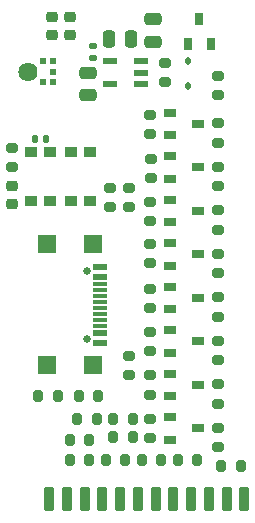
<source format=gbs>
%TF.GenerationSoftware,KiCad,Pcbnew,9.0.4*%
%TF.CreationDate,2025-10-19T20:36:54-04:00*%
%TF.ProjectId,the-spirit-board,7468652d-7370-4697-9269-742d626f6172,rev?*%
%TF.SameCoordinates,Original*%
%TF.FileFunction,Soldermask,Bot*%
%TF.FilePolarity,Negative*%
%FSLAX46Y46*%
G04 Gerber Fmt 4.6, Leading zero omitted, Abs format (unit mm)*
G04 Created by KiCad (PCBNEW 9.0.4) date 2025-10-19 20:36:54*
%MOMM*%
%LPD*%
G01*
G04 APERTURE LIST*
G04 Aperture macros list*
%AMRoundRect*
0 Rectangle with rounded corners*
0 $1 Rounding radius*
0 $2 $3 $4 $5 $6 $7 $8 $9 X,Y pos of 4 corners*
0 Add a 4 corners polygon primitive as box body*
4,1,4,$2,$3,$4,$5,$6,$7,$8,$9,$2,$3,0*
0 Add four circle primitives for the rounded corners*
1,1,$1+$1,$2,$3*
1,1,$1+$1,$4,$5*
1,1,$1+$1,$6,$7*
1,1,$1+$1,$8,$9*
0 Add four rect primitives between the rounded corners*
20,1,$1+$1,$2,$3,$4,$5,0*
20,1,$1+$1,$4,$5,$6,$7,0*
20,1,$1+$1,$6,$7,$8,$9,0*
20,1,$1+$1,$8,$9,$2,$3,0*%
G04 Aperture macros list end*
%ADD10RoundRect,0.200000X0.275000X-0.200000X0.275000X0.200000X-0.275000X0.200000X-0.275000X-0.200000X0*%
%ADD11RoundRect,0.250000X0.250000X0.475000X-0.250000X0.475000X-0.250000X-0.475000X0.250000X-0.475000X0*%
%ADD12RoundRect,0.250000X-0.475000X0.250000X-0.475000X-0.250000X0.475000X-0.250000X0.475000X0.250000X0*%
%ADD13RoundRect,0.120000X0.280000X-0.880000X0.280000X0.880000X-0.280000X0.880000X-0.280000X-0.880000X0*%
%ADD14RoundRect,0.200000X-0.200000X-0.275000X0.200000X-0.275000X0.200000X0.275000X-0.200000X0.275000X0*%
%ADD15R,1.000000X0.700000*%
%ADD16RoundRect,0.225000X-0.250000X0.225000X-0.250000X-0.225000X0.250000X-0.225000X0.250000X0.225000X0*%
%ADD17RoundRect,0.200000X0.200000X0.275000X-0.200000X0.275000X-0.200000X-0.275000X0.200000X-0.275000X0*%
%ADD18R,0.650000X1.100000*%
%ADD19RoundRect,0.200000X-0.275000X0.200000X-0.275000X-0.200000X0.275000X-0.200000X0.275000X0.200000X0*%
%ADD20R,1.000000X0.900000*%
%ADD21C,0.650000*%
%ADD22R,1.150000X0.600000*%
%ADD23R,1.150000X0.300000*%
%ADD24R,1.500000X1.500000*%
%ADD25RoundRect,0.140000X0.170000X-0.140000X0.170000X0.140000X-0.170000X0.140000X-0.170000X-0.140000X0*%
%ADD26RoundRect,0.140000X-0.140000X-0.170000X0.140000X-0.170000X0.140000X0.170000X-0.140000X0.170000X0*%
%ADD27RoundRect,0.112500X-0.112500X0.187500X-0.112500X-0.187500X0.112500X-0.187500X0.112500X0.187500X0*%
%ADD28R,0.522000X0.600000*%
%ADD29C,1.625000*%
G04 APERTURE END LIST*
D10*
%TO.C,R16*%
X152825000Y-115200000D03*
X152825000Y-116850000D03*
%TD*%
D11*
%TO.C,C6*%
X151200000Y-105050000D03*
X149300000Y-105050000D03*
%TD*%
D12*
%TO.C,C5*%
X153025000Y-103400000D03*
X153025000Y-105300000D03*
%TD*%
%TO.C,C4*%
X147500000Y-107950000D03*
X147500000Y-109850000D03*
%TD*%
D13*
%TO.C,U1*%
X144250000Y-144000000D03*
X145750000Y-144000000D03*
X147250000Y-144000000D03*
X148750000Y-144000000D03*
X150250000Y-144000000D03*
X151750000Y-144000000D03*
X153250000Y-144000000D03*
X154750000Y-144000000D03*
X156250000Y-144000000D03*
X157750000Y-144000000D03*
X159250000Y-144000000D03*
X160750000Y-144000000D03*
%TD*%
D14*
%TO.C,R3*%
X149670000Y-138811000D03*
X151320000Y-138811000D03*
%TD*%
D10*
%TO.C,R4*%
X152781000Y-138874000D03*
X152781000Y-137224000D03*
%TD*%
D15*
%TO.C,Q4*%
X154445000Y-116901000D03*
X154445000Y-115001000D03*
X156845000Y-115951000D03*
%TD*%
D16*
%TO.C,C1*%
X141097000Y-117525000D03*
X141097000Y-119075000D03*
%TD*%
D17*
%TO.C,R30*%
X144970000Y-135300000D03*
X143320000Y-135300000D03*
%TD*%
D18*
%TO.C,Q9*%
X157920000Y-105500000D03*
X156000000Y-105500000D03*
X156960000Y-103400000D03*
%TD*%
D19*
%TO.C,R1*%
X141062000Y-114300000D03*
X141062000Y-115950000D03*
%TD*%
D14*
%TO.C,R13*%
X155131000Y-140716000D03*
X156781000Y-140716000D03*
%TD*%
D15*
%TO.C,Q1*%
X154445000Y-138999000D03*
X154445000Y-137099000D03*
X156845000Y-138049000D03*
%TD*%
D10*
%TO.C,R10*%
X152794000Y-113159000D03*
X152794000Y-111509000D03*
%TD*%
D20*
%TO.C,S1*%
X144300000Y-114681000D03*
X142700000Y-114681000D03*
X144300000Y-118781000D03*
X142700000Y-118781000D03*
%TD*%
D16*
%TO.C,C7*%
X146000000Y-103225000D03*
X146000000Y-104775000D03*
%TD*%
D10*
%TO.C,R20*%
X152794000Y-127891000D03*
X152794000Y-126241000D03*
%TD*%
%TO.C,R28*%
X158496000Y-135953000D03*
X158496000Y-134303000D03*
%TD*%
D21*
%TO.C,J1*%
X147448000Y-130485000D03*
X147448000Y-124705000D03*
D22*
X148523000Y-130795000D03*
X148523000Y-129995000D03*
D23*
X148523000Y-128845000D03*
X148523000Y-127845000D03*
X148523000Y-127345000D03*
X148523000Y-126345000D03*
D22*
X148523000Y-125195000D03*
X148523000Y-124395000D03*
D23*
X148523000Y-125845000D03*
X148523000Y-126845000D03*
X148523000Y-128345000D03*
X148523000Y-129345000D03*
D24*
X147948000Y-132715000D03*
X147948000Y-122475000D03*
X144018000Y-132715000D03*
X144018000Y-122475000D03*
%TD*%
D15*
%TO.C,Q8*%
X154445000Y-131633000D03*
X154445000Y-129733000D03*
X156845000Y-130683000D03*
%TD*%
D10*
%TO.C,R11*%
X158496000Y-113855000D03*
X158496000Y-112205000D03*
%TD*%
D15*
%TO.C,Q7*%
X154445000Y-135316000D03*
X154445000Y-133416000D03*
X156845000Y-134366000D03*
%TD*%
D17*
%TO.C,R6*%
X153733000Y-140716000D03*
X152083000Y-140716000D03*
%TD*%
D19*
%TO.C,R24*%
X151003000Y-117666000D03*
X151003000Y-119316000D03*
%TD*%
D17*
%TO.C,R9*%
X148272000Y-137287000D03*
X146622000Y-137287000D03*
%TD*%
D10*
%TO.C,R21*%
X158496000Y-128587000D03*
X158496000Y-126937000D03*
%TD*%
D19*
%TO.C,R26*%
X149352000Y-117666000D03*
X149352000Y-119316000D03*
%TD*%
D14*
%TO.C,R8*%
X149670000Y-137287000D03*
X151320000Y-137287000D03*
%TD*%
D16*
%TO.C,C8*%
X144500000Y-103225000D03*
X144500000Y-104775000D03*
%TD*%
D10*
%TO.C,R31*%
X152794000Y-131508000D03*
X152794000Y-129858000D03*
%TD*%
D14*
%TO.C,R23*%
X145987000Y-139065000D03*
X147637000Y-139065000D03*
%TD*%
D10*
%TO.C,R19*%
X158496000Y-124904000D03*
X158496000Y-123254000D03*
%TD*%
D15*
%TO.C,Q3*%
X154445000Y-120584000D03*
X154445000Y-118684000D03*
X156845000Y-119634000D03*
%TD*%
%TO.C,Q2*%
X154445000Y-113218000D03*
X154445000Y-111318000D03*
X156845000Y-112268000D03*
%TD*%
%TO.C,Q6*%
X154445000Y-127950000D03*
X154445000Y-126050000D03*
X156845000Y-127000000D03*
%TD*%
D10*
%TO.C,R17*%
X158496000Y-117538000D03*
X158496000Y-115888000D03*
%TD*%
%TO.C,R33*%
X158496000Y-109855000D03*
X158496000Y-108205000D03*
%TD*%
D14*
%TO.C,R22*%
X145987000Y-140716000D03*
X147637000Y-140716000D03*
%TD*%
D10*
%TO.C,R14*%
X152794000Y-120525000D03*
X152794000Y-118875000D03*
%TD*%
%TO.C,R15*%
X158496000Y-121221000D03*
X158496000Y-119571000D03*
%TD*%
%TO.C,R18*%
X152794000Y-124081000D03*
X152794000Y-122431000D03*
%TD*%
%TO.C,R27*%
X152794000Y-135191000D03*
X152794000Y-133541000D03*
%TD*%
D22*
%TO.C,IC2*%
X152022000Y-106967000D03*
X152022000Y-107917000D03*
X152022000Y-108867000D03*
X149422000Y-108867000D03*
X149422000Y-106967000D03*
%TD*%
D10*
%TO.C,R5*%
X158496000Y-139636000D03*
X158496000Y-137986000D03*
%TD*%
D25*
%TO.C,C3*%
X147984000Y-106652000D03*
X147984000Y-105692000D03*
%TD*%
D15*
%TO.C,Q5*%
X154445000Y-124267000D03*
X154445000Y-122367000D03*
X156845000Y-123317000D03*
%TD*%
D26*
%TO.C,C2*%
X143020000Y-113531000D03*
X143980000Y-113531000D03*
%TD*%
D27*
%TO.C,D1*%
X156000000Y-106950000D03*
X156000000Y-109050000D03*
%TD*%
D20*
%TO.C,S2*%
X147701000Y-114681000D03*
X146101000Y-114681000D03*
X147701000Y-118781000D03*
X146101000Y-118781000D03*
%TD*%
D17*
%TO.C,R29*%
X148399000Y-135300000D03*
X146749000Y-135300000D03*
%TD*%
D19*
%TO.C,R2*%
X154000000Y-107092000D03*
X154000000Y-108742000D03*
%TD*%
D17*
%TO.C,R12*%
X160464000Y-141224000D03*
X158814000Y-141224000D03*
%TD*%
D28*
%TO.C,IC3*%
X144555000Y-108734000D03*
X143733000Y-108734000D03*
D29*
X142481000Y-107834000D03*
D28*
X143733000Y-106934000D03*
X144555000Y-106934000D03*
X144555000Y-107834000D03*
%TD*%
D10*
%TO.C,R32*%
X158496000Y-132270000D03*
X158496000Y-130620000D03*
%TD*%
%TO.C,R25*%
X151003000Y-133540000D03*
X151003000Y-131890000D03*
%TD*%
D14*
%TO.C,R7*%
X149035000Y-140716000D03*
X150685000Y-140716000D03*
%TD*%
M02*

</source>
